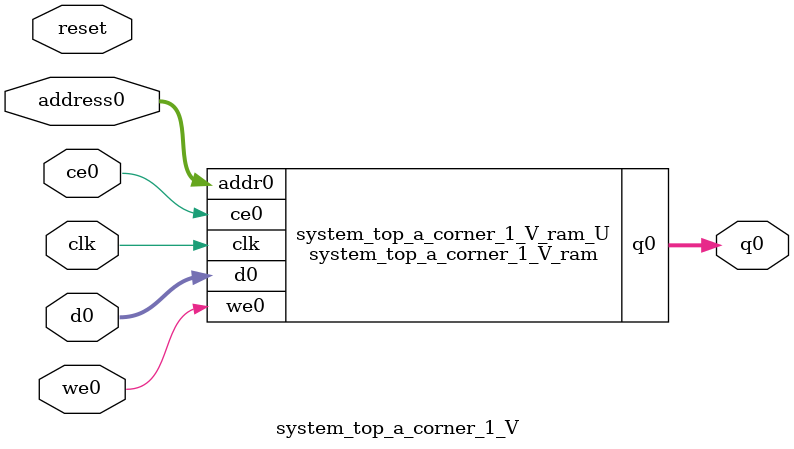
<source format=v>
`timescale 1 ns / 1 ps
module system_top_a_corner_1_V_ram (addr0, ce0, d0, we0, q0,  clk);

parameter DWIDTH = 32;
parameter AWIDTH = 2;
parameter MEM_SIZE = 3;

input[AWIDTH-1:0] addr0;
input ce0;
input[DWIDTH-1:0] d0;
input we0;
output reg[DWIDTH-1:0] q0;
input clk;

reg [DWIDTH-1:0] ram[0:MEM_SIZE-1];




always @(posedge clk)  
begin 
    if (ce0) begin
        if (we0) 
            ram[addr0] <= d0; 
        q0 <= ram[addr0];
    end
end


endmodule

`timescale 1 ns / 1 ps
module system_top_a_corner_1_V(
    reset,
    clk,
    address0,
    ce0,
    we0,
    d0,
    q0);

parameter DataWidth = 32'd32;
parameter AddressRange = 32'd3;
parameter AddressWidth = 32'd2;
input reset;
input clk;
input[AddressWidth - 1:0] address0;
input ce0;
input we0;
input[DataWidth - 1:0] d0;
output[DataWidth - 1:0] q0;



system_top_a_corner_1_V_ram system_top_a_corner_1_V_ram_U(
    .clk( clk ),
    .addr0( address0 ),
    .ce0( ce0 ),
    .we0( we0 ),
    .d0( d0 ),
    .q0( q0 ));

endmodule


</source>
